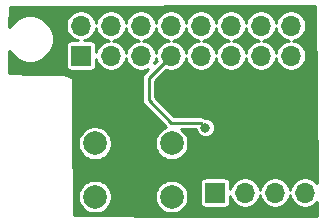
<source format=gbl>
G04 #@! TF.GenerationSoftware,KiCad,Pcbnew,(5.1.5)-3*
G04 #@! TF.CreationDate,2020-11-10T12:23:10+03:00*
G04 #@! TF.ProjectId,rasphat_proj2,72617370-6861-4745-9f70-726f6a322e6b,rev?*
G04 #@! TF.SameCoordinates,Original*
G04 #@! TF.FileFunction,Copper,L2,Bot*
G04 #@! TF.FilePolarity,Positive*
%FSLAX46Y46*%
G04 Gerber Fmt 4.6, Leading zero omitted, Abs format (unit mm)*
G04 Created by KiCad (PCBNEW (5.1.5)-3) date 2020-11-10 12:23:10*
%MOMM*%
%LPD*%
G04 APERTURE LIST*
%ADD10C,2.000000*%
%ADD11O,1.700000X1.700000*%
%ADD12R,1.700000X1.700000*%
%ADD13C,0.800000*%
%ADD14C,0.250000*%
%ADD15C,0.254000*%
G04 APERTURE END LIST*
D10*
X43233200Y-88925400D03*
X43233200Y-84425400D03*
X49733200Y-88925400D03*
X49733200Y-84425400D03*
D11*
X61036200Y-88595200D03*
X58496200Y-88595200D03*
X55956200Y-88595200D03*
D12*
X53416200Y-88595200D03*
X42062400Y-76987400D03*
D11*
X42062400Y-74447400D03*
X44602400Y-76987400D03*
X44602400Y-74447400D03*
X47142400Y-76987400D03*
X47142400Y-74447400D03*
X49682400Y-76987400D03*
X49682400Y-74447400D03*
X52222400Y-76987400D03*
X52222400Y-74447400D03*
X54762400Y-76987400D03*
X54762400Y-74447400D03*
X57302400Y-76987400D03*
X57302400Y-74447400D03*
X59842400Y-76987400D03*
X59842400Y-74447400D03*
D13*
X52603400Y-83083400D03*
D14*
X47790100Y-78879700D02*
X49682400Y-76987400D01*
X47790100Y-80759300D02*
X47790100Y-78879700D01*
X52603400Y-83083400D02*
X52203401Y-82683401D01*
X49714201Y-82683401D02*
X47790100Y-80759300D01*
X52203401Y-82683401D02*
X49714201Y-82683401D01*
D15*
G36*
X62021055Y-87762790D02*
G01*
X61855340Y-87597075D01*
X61644876Y-87456447D01*
X61411021Y-87359581D01*
X61162761Y-87310200D01*
X60909639Y-87310200D01*
X60661379Y-87359581D01*
X60427524Y-87456447D01*
X60217060Y-87597075D01*
X60038075Y-87776060D01*
X59897447Y-87986524D01*
X59800581Y-88220379D01*
X59766200Y-88393227D01*
X59731819Y-88220379D01*
X59634953Y-87986524D01*
X59494325Y-87776060D01*
X59315340Y-87597075D01*
X59104876Y-87456447D01*
X58871021Y-87359581D01*
X58622761Y-87310200D01*
X58369639Y-87310200D01*
X58121379Y-87359581D01*
X57887524Y-87456447D01*
X57677060Y-87597075D01*
X57498075Y-87776060D01*
X57357447Y-87986524D01*
X57260581Y-88220379D01*
X57226200Y-88393227D01*
X57191819Y-88220379D01*
X57094953Y-87986524D01*
X56954325Y-87776060D01*
X56775340Y-87597075D01*
X56564876Y-87456447D01*
X56331021Y-87359581D01*
X56082761Y-87310200D01*
X55829639Y-87310200D01*
X55581379Y-87359581D01*
X55347524Y-87456447D01*
X55137060Y-87597075D01*
X54958075Y-87776060D01*
X54817447Y-87986524D01*
X54720581Y-88220379D01*
X54703304Y-88307238D01*
X54703304Y-87745200D01*
X54694905Y-87659925D01*
X54670031Y-87577928D01*
X54629639Y-87502358D01*
X54575279Y-87436121D01*
X54509042Y-87381761D01*
X54433472Y-87341369D01*
X54351475Y-87316495D01*
X54266200Y-87308096D01*
X52566200Y-87308096D01*
X52480925Y-87316495D01*
X52398928Y-87341369D01*
X52323358Y-87381761D01*
X52257121Y-87436121D01*
X52202761Y-87502358D01*
X52162369Y-87577928D01*
X52137495Y-87659925D01*
X52129096Y-87745200D01*
X52129096Y-89445200D01*
X52137495Y-89530475D01*
X52162369Y-89612472D01*
X52202761Y-89688042D01*
X52257121Y-89754279D01*
X52323358Y-89808639D01*
X52398928Y-89849031D01*
X52480925Y-89873905D01*
X52566200Y-89882304D01*
X54266200Y-89882304D01*
X54351475Y-89873905D01*
X54433472Y-89849031D01*
X54509042Y-89808639D01*
X54575279Y-89754279D01*
X54629639Y-89688042D01*
X54670031Y-89612472D01*
X54694905Y-89530475D01*
X54703304Y-89445200D01*
X54703304Y-88883162D01*
X54720581Y-88970021D01*
X54817447Y-89203876D01*
X54958075Y-89414340D01*
X55137060Y-89593325D01*
X55347524Y-89733953D01*
X55581379Y-89830819D01*
X55829639Y-89880200D01*
X56082761Y-89880200D01*
X56331021Y-89830819D01*
X56564876Y-89733953D01*
X56775340Y-89593325D01*
X56954325Y-89414340D01*
X57094953Y-89203876D01*
X57191819Y-88970021D01*
X57226200Y-88797173D01*
X57260581Y-88970021D01*
X57357447Y-89203876D01*
X57498075Y-89414340D01*
X57677060Y-89593325D01*
X57887524Y-89733953D01*
X58121379Y-89830819D01*
X58369639Y-89880200D01*
X58622761Y-89880200D01*
X58871021Y-89830819D01*
X59104876Y-89733953D01*
X59315340Y-89593325D01*
X59494325Y-89414340D01*
X59634953Y-89203876D01*
X59731819Y-88970021D01*
X59766200Y-88797173D01*
X59800581Y-88970021D01*
X59897447Y-89203876D01*
X60038075Y-89414340D01*
X60217060Y-89593325D01*
X60427524Y-89733953D01*
X60661379Y-89830819D01*
X60909639Y-89880200D01*
X61162761Y-89880200D01*
X61411021Y-89830819D01*
X61644876Y-89733953D01*
X61855340Y-89593325D01*
X62034325Y-89414340D01*
X62037179Y-89410068D01*
X62048323Y-90548488D01*
X51565113Y-90586424D01*
X41464536Y-90476169D01*
X41451506Y-88784065D01*
X41798200Y-88784065D01*
X41798200Y-89066735D01*
X41853347Y-89343974D01*
X41961520Y-89605127D01*
X42118563Y-89840159D01*
X42318441Y-90040037D01*
X42553473Y-90197080D01*
X42814626Y-90305253D01*
X43091865Y-90360400D01*
X43374535Y-90360400D01*
X43651774Y-90305253D01*
X43912927Y-90197080D01*
X44147959Y-90040037D01*
X44347837Y-89840159D01*
X44504880Y-89605127D01*
X44613053Y-89343974D01*
X44668200Y-89066735D01*
X44668200Y-88784065D01*
X48298200Y-88784065D01*
X48298200Y-89066735D01*
X48353347Y-89343974D01*
X48461520Y-89605127D01*
X48618563Y-89840159D01*
X48818441Y-90040037D01*
X49053473Y-90197080D01*
X49314626Y-90305253D01*
X49591865Y-90360400D01*
X49874535Y-90360400D01*
X50151774Y-90305253D01*
X50412927Y-90197080D01*
X50647959Y-90040037D01*
X50847837Y-89840159D01*
X51004880Y-89605127D01*
X51113053Y-89343974D01*
X51168200Y-89066735D01*
X51168200Y-88784065D01*
X51113053Y-88506826D01*
X51004880Y-88245673D01*
X50847837Y-88010641D01*
X50647959Y-87810763D01*
X50412927Y-87653720D01*
X50151774Y-87545547D01*
X49874535Y-87490400D01*
X49591865Y-87490400D01*
X49314626Y-87545547D01*
X49053473Y-87653720D01*
X48818441Y-87810763D01*
X48618563Y-88010641D01*
X48461520Y-88245673D01*
X48353347Y-88506826D01*
X48298200Y-88784065D01*
X44668200Y-88784065D01*
X44613053Y-88506826D01*
X44504880Y-88245673D01*
X44347837Y-88010641D01*
X44147959Y-87810763D01*
X43912927Y-87653720D01*
X43651774Y-87545547D01*
X43374535Y-87490400D01*
X43091865Y-87490400D01*
X42814626Y-87545547D01*
X42553473Y-87653720D01*
X42318441Y-87810763D01*
X42118563Y-88010641D01*
X41961520Y-88245673D01*
X41853347Y-88506826D01*
X41798200Y-88784065D01*
X41451506Y-88784065D01*
X41416853Y-84284065D01*
X41798200Y-84284065D01*
X41798200Y-84566735D01*
X41853347Y-84843974D01*
X41961520Y-85105127D01*
X42118563Y-85340159D01*
X42318441Y-85540037D01*
X42553473Y-85697080D01*
X42814626Y-85805253D01*
X43091865Y-85860400D01*
X43374535Y-85860400D01*
X43651774Y-85805253D01*
X43912927Y-85697080D01*
X44147959Y-85540037D01*
X44347837Y-85340159D01*
X44504880Y-85105127D01*
X44613053Y-84843974D01*
X44668200Y-84566735D01*
X44668200Y-84284065D01*
X44613053Y-84006826D01*
X44504880Y-83745673D01*
X44347837Y-83510641D01*
X44147959Y-83310763D01*
X43912927Y-83153720D01*
X43651774Y-83045547D01*
X43374535Y-82990400D01*
X43091865Y-82990400D01*
X42814626Y-83045547D01*
X42553473Y-83153720D01*
X42318441Y-83310763D01*
X42118563Y-83510641D01*
X41961520Y-83745673D01*
X41853347Y-84006826D01*
X41798200Y-84284065D01*
X41416853Y-84284065D01*
X41376596Y-79056522D01*
X41373965Y-79031765D01*
X41368135Y-79011910D01*
X41304635Y-78846810D01*
X41293463Y-78824561D01*
X41278165Y-78804919D01*
X41259330Y-78788639D01*
X41237680Y-78776346D01*
X41214047Y-78768513D01*
X41193646Y-78765624D01*
X41112192Y-78760776D01*
X41107757Y-78756820D01*
X41077040Y-78728644D01*
X41071879Y-78724820D01*
X41039848Y-78701437D01*
X41003925Y-78680252D01*
X40968325Y-78658581D01*
X40962520Y-78655833D01*
X40926558Y-78639117D01*
X40887250Y-78625328D01*
X40848073Y-78610968D01*
X40841844Y-78609400D01*
X40815735Y-78603021D01*
X40784668Y-78593570D01*
X40717087Y-78586860D01*
X38156674Y-78584852D01*
X35995648Y-78456219D01*
X36004083Y-76570175D01*
X36202111Y-76866546D01*
X36480954Y-77145389D01*
X36808838Y-77364474D01*
X37173163Y-77515382D01*
X37559929Y-77592315D01*
X37954271Y-77592315D01*
X38341037Y-77515382D01*
X38705362Y-77364474D01*
X39033246Y-77145389D01*
X39312089Y-76866546D01*
X39531174Y-76538662D01*
X39682082Y-76174337D01*
X39689429Y-76137400D01*
X40775296Y-76137400D01*
X40775296Y-77837400D01*
X40783695Y-77922675D01*
X40808569Y-78004672D01*
X40848961Y-78080242D01*
X40903321Y-78146479D01*
X40969558Y-78200839D01*
X41045128Y-78241231D01*
X41127125Y-78266105D01*
X41212400Y-78274504D01*
X42912400Y-78274504D01*
X42997675Y-78266105D01*
X43079672Y-78241231D01*
X43155242Y-78200839D01*
X43221479Y-78146479D01*
X43275839Y-78080242D01*
X43316231Y-78004672D01*
X43341105Y-77922675D01*
X43349504Y-77837400D01*
X43349504Y-77275362D01*
X43366781Y-77362221D01*
X43463647Y-77596076D01*
X43604275Y-77806540D01*
X43783260Y-77985525D01*
X43993724Y-78126153D01*
X44227579Y-78223019D01*
X44475839Y-78272400D01*
X44728961Y-78272400D01*
X44977221Y-78223019D01*
X45211076Y-78126153D01*
X45421540Y-77985525D01*
X45600525Y-77806540D01*
X45741153Y-77596076D01*
X45838019Y-77362221D01*
X45872400Y-77189373D01*
X45906781Y-77362221D01*
X46003647Y-77596076D01*
X46144275Y-77806540D01*
X46323260Y-77985525D01*
X46533724Y-78126153D01*
X46767579Y-78223019D01*
X47015839Y-78272400D01*
X47268961Y-78272400D01*
X47517221Y-78223019D01*
X47751076Y-78126153D01*
X47752920Y-78124921D01*
X47413564Y-78464277D01*
X47392206Y-78481805D01*
X47374678Y-78503163D01*
X47374671Y-78503170D01*
X47322225Y-78567076D01*
X47270226Y-78664361D01*
X47238204Y-78769921D01*
X47227392Y-78879700D01*
X47230101Y-78907205D01*
X47230100Y-80731804D01*
X47227392Y-80759300D01*
X47230100Y-80786796D01*
X47230100Y-80786805D01*
X47238203Y-80869078D01*
X47270225Y-80974638D01*
X47322225Y-81071924D01*
X47392205Y-81157195D01*
X47413569Y-81174728D01*
X49293244Y-83054403D01*
X49053473Y-83153720D01*
X48818441Y-83310763D01*
X48618563Y-83510641D01*
X48461520Y-83745673D01*
X48353347Y-84006826D01*
X48298200Y-84284065D01*
X48298200Y-84566735D01*
X48353347Y-84843974D01*
X48461520Y-85105127D01*
X48618563Y-85340159D01*
X48818441Y-85540037D01*
X49053473Y-85697080D01*
X49314626Y-85805253D01*
X49591865Y-85860400D01*
X49874535Y-85860400D01*
X50151774Y-85805253D01*
X50412927Y-85697080D01*
X50647959Y-85540037D01*
X50847837Y-85340159D01*
X51004880Y-85105127D01*
X51113053Y-84843974D01*
X51168200Y-84566735D01*
X51168200Y-84284065D01*
X51113053Y-84006826D01*
X51004880Y-83745673D01*
X50847837Y-83510641D01*
X50647959Y-83310763D01*
X50547144Y-83243401D01*
X51783868Y-83243401D01*
X51800489Y-83326960D01*
X51863433Y-83478921D01*
X51954813Y-83615681D01*
X52071119Y-83731987D01*
X52207879Y-83823367D01*
X52359840Y-83886311D01*
X52521160Y-83918400D01*
X52685640Y-83918400D01*
X52846960Y-83886311D01*
X52998921Y-83823367D01*
X53135681Y-83731987D01*
X53251987Y-83615681D01*
X53343367Y-83478921D01*
X53406311Y-83326960D01*
X53438400Y-83165640D01*
X53438400Y-83001160D01*
X53406311Y-82839840D01*
X53343367Y-82687879D01*
X53251987Y-82551119D01*
X53135681Y-82434813D01*
X52998921Y-82343433D01*
X52846960Y-82280489D01*
X52685640Y-82248400D01*
X52556082Y-82248400D01*
X52516025Y-82215526D01*
X52418740Y-82163526D01*
X52313180Y-82131504D01*
X52230907Y-82123401D01*
X52230897Y-82123401D01*
X52203401Y-82120693D01*
X52175905Y-82123401D01*
X49946160Y-82123401D01*
X48350100Y-80527341D01*
X48350100Y-79111659D01*
X49258903Y-78202857D01*
X49307579Y-78223019D01*
X49555839Y-78272400D01*
X49808961Y-78272400D01*
X50057221Y-78223019D01*
X50291076Y-78126153D01*
X50501540Y-77985525D01*
X50680525Y-77806540D01*
X50821153Y-77596076D01*
X50918019Y-77362221D01*
X50952400Y-77189373D01*
X50986781Y-77362221D01*
X51083647Y-77596076D01*
X51224275Y-77806540D01*
X51403260Y-77985525D01*
X51613724Y-78126153D01*
X51847579Y-78223019D01*
X52095839Y-78272400D01*
X52348961Y-78272400D01*
X52597221Y-78223019D01*
X52831076Y-78126153D01*
X53041540Y-77985525D01*
X53220525Y-77806540D01*
X53361153Y-77596076D01*
X53458019Y-77362221D01*
X53492400Y-77189373D01*
X53526781Y-77362221D01*
X53623647Y-77596076D01*
X53764275Y-77806540D01*
X53943260Y-77985525D01*
X54153724Y-78126153D01*
X54387579Y-78223019D01*
X54635839Y-78272400D01*
X54888961Y-78272400D01*
X55137221Y-78223019D01*
X55371076Y-78126153D01*
X55581540Y-77985525D01*
X55760525Y-77806540D01*
X55901153Y-77596076D01*
X55998019Y-77362221D01*
X56032400Y-77189373D01*
X56066781Y-77362221D01*
X56163647Y-77596076D01*
X56304275Y-77806540D01*
X56483260Y-77985525D01*
X56693724Y-78126153D01*
X56927579Y-78223019D01*
X57175839Y-78272400D01*
X57428961Y-78272400D01*
X57677221Y-78223019D01*
X57911076Y-78126153D01*
X58121540Y-77985525D01*
X58300525Y-77806540D01*
X58441153Y-77596076D01*
X58538019Y-77362221D01*
X58572400Y-77189373D01*
X58606781Y-77362221D01*
X58703647Y-77596076D01*
X58844275Y-77806540D01*
X59023260Y-77985525D01*
X59233724Y-78126153D01*
X59467579Y-78223019D01*
X59715839Y-78272400D01*
X59968961Y-78272400D01*
X60217221Y-78223019D01*
X60451076Y-78126153D01*
X60661540Y-77985525D01*
X60840525Y-77806540D01*
X60981153Y-77596076D01*
X61078019Y-77362221D01*
X61127400Y-77113961D01*
X61127400Y-76860839D01*
X61078019Y-76612579D01*
X60981153Y-76378724D01*
X60840525Y-76168260D01*
X60661540Y-75989275D01*
X60451076Y-75848647D01*
X60217221Y-75751781D01*
X60044373Y-75717400D01*
X60217221Y-75683019D01*
X60451076Y-75586153D01*
X60661540Y-75445525D01*
X60840525Y-75266540D01*
X60981153Y-75056076D01*
X61078019Y-74822221D01*
X61127400Y-74573961D01*
X61127400Y-74320839D01*
X61078019Y-74072579D01*
X60981153Y-73838724D01*
X60840525Y-73628260D01*
X60661540Y-73449275D01*
X60451076Y-73308647D01*
X60217221Y-73211781D01*
X59968961Y-73162400D01*
X59715839Y-73162400D01*
X59467579Y-73211781D01*
X59233724Y-73308647D01*
X59023260Y-73449275D01*
X58844275Y-73628260D01*
X58703647Y-73838724D01*
X58606781Y-74072579D01*
X58572400Y-74245427D01*
X58538019Y-74072579D01*
X58441153Y-73838724D01*
X58300525Y-73628260D01*
X58121540Y-73449275D01*
X57911076Y-73308647D01*
X57677221Y-73211781D01*
X57428961Y-73162400D01*
X57175839Y-73162400D01*
X56927579Y-73211781D01*
X56693724Y-73308647D01*
X56483260Y-73449275D01*
X56304275Y-73628260D01*
X56163647Y-73838724D01*
X56066781Y-74072579D01*
X56032400Y-74245427D01*
X55998019Y-74072579D01*
X55901153Y-73838724D01*
X55760525Y-73628260D01*
X55581540Y-73449275D01*
X55371076Y-73308647D01*
X55137221Y-73211781D01*
X54888961Y-73162400D01*
X54635839Y-73162400D01*
X54387579Y-73211781D01*
X54153724Y-73308647D01*
X53943260Y-73449275D01*
X53764275Y-73628260D01*
X53623647Y-73838724D01*
X53526781Y-74072579D01*
X53492400Y-74245427D01*
X53458019Y-74072579D01*
X53361153Y-73838724D01*
X53220525Y-73628260D01*
X53041540Y-73449275D01*
X52831076Y-73308647D01*
X52597221Y-73211781D01*
X52348961Y-73162400D01*
X52095839Y-73162400D01*
X51847579Y-73211781D01*
X51613724Y-73308647D01*
X51403260Y-73449275D01*
X51224275Y-73628260D01*
X51083647Y-73838724D01*
X50986781Y-74072579D01*
X50952400Y-74245427D01*
X50918019Y-74072579D01*
X50821153Y-73838724D01*
X50680525Y-73628260D01*
X50501540Y-73449275D01*
X50291076Y-73308647D01*
X50057221Y-73211781D01*
X49808961Y-73162400D01*
X49555839Y-73162400D01*
X49307579Y-73211781D01*
X49073724Y-73308647D01*
X48863260Y-73449275D01*
X48684275Y-73628260D01*
X48543647Y-73838724D01*
X48446781Y-74072579D01*
X48412400Y-74245427D01*
X48378019Y-74072579D01*
X48281153Y-73838724D01*
X48140525Y-73628260D01*
X47961540Y-73449275D01*
X47751076Y-73308647D01*
X47517221Y-73211781D01*
X47268961Y-73162400D01*
X47015839Y-73162400D01*
X46767579Y-73211781D01*
X46533724Y-73308647D01*
X46323260Y-73449275D01*
X46144275Y-73628260D01*
X46003647Y-73838724D01*
X45906781Y-74072579D01*
X45872400Y-74245427D01*
X45838019Y-74072579D01*
X45741153Y-73838724D01*
X45600525Y-73628260D01*
X45421540Y-73449275D01*
X45211076Y-73308647D01*
X44977221Y-73211781D01*
X44728961Y-73162400D01*
X44475839Y-73162400D01*
X44227579Y-73211781D01*
X43993724Y-73308647D01*
X43783260Y-73449275D01*
X43604275Y-73628260D01*
X43463647Y-73838724D01*
X43366781Y-74072579D01*
X43332400Y-74245427D01*
X43298019Y-74072579D01*
X43201153Y-73838724D01*
X43060525Y-73628260D01*
X42881540Y-73449275D01*
X42671076Y-73308647D01*
X42437221Y-73211781D01*
X42188961Y-73162400D01*
X41935839Y-73162400D01*
X41687579Y-73211781D01*
X41453724Y-73308647D01*
X41243260Y-73449275D01*
X41064275Y-73628260D01*
X40923647Y-73838724D01*
X40826781Y-74072579D01*
X40777400Y-74320839D01*
X40777400Y-74573961D01*
X40826781Y-74822221D01*
X40923647Y-75056076D01*
X41064275Y-75266540D01*
X41243260Y-75445525D01*
X41453724Y-75586153D01*
X41687579Y-75683019D01*
X41774438Y-75700296D01*
X41212400Y-75700296D01*
X41127125Y-75708695D01*
X41045128Y-75733569D01*
X40969558Y-75773961D01*
X40903321Y-75828321D01*
X40848961Y-75894558D01*
X40808569Y-75970128D01*
X40783695Y-76052125D01*
X40775296Y-76137400D01*
X39689429Y-76137400D01*
X39759015Y-75787571D01*
X39759015Y-75393229D01*
X39682082Y-75006463D01*
X39531174Y-74642138D01*
X39312089Y-74314254D01*
X39033246Y-74035411D01*
X38705362Y-73816326D01*
X38341037Y-73665418D01*
X37954271Y-73588485D01*
X37559929Y-73588485D01*
X37173163Y-73665418D01*
X36808838Y-73816326D01*
X36480954Y-74035411D01*
X36202111Y-74314254D01*
X36012906Y-74597420D01*
X36020610Y-72874771D01*
X61874640Y-72804566D01*
X62021055Y-87762790D01*
G37*
X62021055Y-87762790D02*
X61855340Y-87597075D01*
X61644876Y-87456447D01*
X61411021Y-87359581D01*
X61162761Y-87310200D01*
X60909639Y-87310200D01*
X60661379Y-87359581D01*
X60427524Y-87456447D01*
X60217060Y-87597075D01*
X60038075Y-87776060D01*
X59897447Y-87986524D01*
X59800581Y-88220379D01*
X59766200Y-88393227D01*
X59731819Y-88220379D01*
X59634953Y-87986524D01*
X59494325Y-87776060D01*
X59315340Y-87597075D01*
X59104876Y-87456447D01*
X58871021Y-87359581D01*
X58622761Y-87310200D01*
X58369639Y-87310200D01*
X58121379Y-87359581D01*
X57887524Y-87456447D01*
X57677060Y-87597075D01*
X57498075Y-87776060D01*
X57357447Y-87986524D01*
X57260581Y-88220379D01*
X57226200Y-88393227D01*
X57191819Y-88220379D01*
X57094953Y-87986524D01*
X56954325Y-87776060D01*
X56775340Y-87597075D01*
X56564876Y-87456447D01*
X56331021Y-87359581D01*
X56082761Y-87310200D01*
X55829639Y-87310200D01*
X55581379Y-87359581D01*
X55347524Y-87456447D01*
X55137060Y-87597075D01*
X54958075Y-87776060D01*
X54817447Y-87986524D01*
X54720581Y-88220379D01*
X54703304Y-88307238D01*
X54703304Y-87745200D01*
X54694905Y-87659925D01*
X54670031Y-87577928D01*
X54629639Y-87502358D01*
X54575279Y-87436121D01*
X54509042Y-87381761D01*
X54433472Y-87341369D01*
X54351475Y-87316495D01*
X54266200Y-87308096D01*
X52566200Y-87308096D01*
X52480925Y-87316495D01*
X52398928Y-87341369D01*
X52323358Y-87381761D01*
X52257121Y-87436121D01*
X52202761Y-87502358D01*
X52162369Y-87577928D01*
X52137495Y-87659925D01*
X52129096Y-87745200D01*
X52129096Y-89445200D01*
X52137495Y-89530475D01*
X52162369Y-89612472D01*
X52202761Y-89688042D01*
X52257121Y-89754279D01*
X52323358Y-89808639D01*
X52398928Y-89849031D01*
X52480925Y-89873905D01*
X52566200Y-89882304D01*
X54266200Y-89882304D01*
X54351475Y-89873905D01*
X54433472Y-89849031D01*
X54509042Y-89808639D01*
X54575279Y-89754279D01*
X54629639Y-89688042D01*
X54670031Y-89612472D01*
X54694905Y-89530475D01*
X54703304Y-89445200D01*
X54703304Y-88883162D01*
X54720581Y-88970021D01*
X54817447Y-89203876D01*
X54958075Y-89414340D01*
X55137060Y-89593325D01*
X55347524Y-89733953D01*
X55581379Y-89830819D01*
X55829639Y-89880200D01*
X56082761Y-89880200D01*
X56331021Y-89830819D01*
X56564876Y-89733953D01*
X56775340Y-89593325D01*
X56954325Y-89414340D01*
X57094953Y-89203876D01*
X57191819Y-88970021D01*
X57226200Y-88797173D01*
X57260581Y-88970021D01*
X57357447Y-89203876D01*
X57498075Y-89414340D01*
X57677060Y-89593325D01*
X57887524Y-89733953D01*
X58121379Y-89830819D01*
X58369639Y-89880200D01*
X58622761Y-89880200D01*
X58871021Y-89830819D01*
X59104876Y-89733953D01*
X59315340Y-89593325D01*
X59494325Y-89414340D01*
X59634953Y-89203876D01*
X59731819Y-88970021D01*
X59766200Y-88797173D01*
X59800581Y-88970021D01*
X59897447Y-89203876D01*
X60038075Y-89414340D01*
X60217060Y-89593325D01*
X60427524Y-89733953D01*
X60661379Y-89830819D01*
X60909639Y-89880200D01*
X61162761Y-89880200D01*
X61411021Y-89830819D01*
X61644876Y-89733953D01*
X61855340Y-89593325D01*
X62034325Y-89414340D01*
X62037179Y-89410068D01*
X62048323Y-90548488D01*
X51565113Y-90586424D01*
X41464536Y-90476169D01*
X41451506Y-88784065D01*
X41798200Y-88784065D01*
X41798200Y-89066735D01*
X41853347Y-89343974D01*
X41961520Y-89605127D01*
X42118563Y-89840159D01*
X42318441Y-90040037D01*
X42553473Y-90197080D01*
X42814626Y-90305253D01*
X43091865Y-90360400D01*
X43374535Y-90360400D01*
X43651774Y-90305253D01*
X43912927Y-90197080D01*
X44147959Y-90040037D01*
X44347837Y-89840159D01*
X44504880Y-89605127D01*
X44613053Y-89343974D01*
X44668200Y-89066735D01*
X44668200Y-88784065D01*
X48298200Y-88784065D01*
X48298200Y-89066735D01*
X48353347Y-89343974D01*
X48461520Y-89605127D01*
X48618563Y-89840159D01*
X48818441Y-90040037D01*
X49053473Y-90197080D01*
X49314626Y-90305253D01*
X49591865Y-90360400D01*
X49874535Y-90360400D01*
X50151774Y-90305253D01*
X50412927Y-90197080D01*
X50647959Y-90040037D01*
X50847837Y-89840159D01*
X51004880Y-89605127D01*
X51113053Y-89343974D01*
X51168200Y-89066735D01*
X51168200Y-88784065D01*
X51113053Y-88506826D01*
X51004880Y-88245673D01*
X50847837Y-88010641D01*
X50647959Y-87810763D01*
X50412927Y-87653720D01*
X50151774Y-87545547D01*
X49874535Y-87490400D01*
X49591865Y-87490400D01*
X49314626Y-87545547D01*
X49053473Y-87653720D01*
X48818441Y-87810763D01*
X48618563Y-88010641D01*
X48461520Y-88245673D01*
X48353347Y-88506826D01*
X48298200Y-88784065D01*
X44668200Y-88784065D01*
X44613053Y-88506826D01*
X44504880Y-88245673D01*
X44347837Y-88010641D01*
X44147959Y-87810763D01*
X43912927Y-87653720D01*
X43651774Y-87545547D01*
X43374535Y-87490400D01*
X43091865Y-87490400D01*
X42814626Y-87545547D01*
X42553473Y-87653720D01*
X42318441Y-87810763D01*
X42118563Y-88010641D01*
X41961520Y-88245673D01*
X41853347Y-88506826D01*
X41798200Y-88784065D01*
X41451506Y-88784065D01*
X41416853Y-84284065D01*
X41798200Y-84284065D01*
X41798200Y-84566735D01*
X41853347Y-84843974D01*
X41961520Y-85105127D01*
X42118563Y-85340159D01*
X42318441Y-85540037D01*
X42553473Y-85697080D01*
X42814626Y-85805253D01*
X43091865Y-85860400D01*
X43374535Y-85860400D01*
X43651774Y-85805253D01*
X43912927Y-85697080D01*
X44147959Y-85540037D01*
X44347837Y-85340159D01*
X44504880Y-85105127D01*
X44613053Y-84843974D01*
X44668200Y-84566735D01*
X44668200Y-84284065D01*
X44613053Y-84006826D01*
X44504880Y-83745673D01*
X44347837Y-83510641D01*
X44147959Y-83310763D01*
X43912927Y-83153720D01*
X43651774Y-83045547D01*
X43374535Y-82990400D01*
X43091865Y-82990400D01*
X42814626Y-83045547D01*
X42553473Y-83153720D01*
X42318441Y-83310763D01*
X42118563Y-83510641D01*
X41961520Y-83745673D01*
X41853347Y-84006826D01*
X41798200Y-84284065D01*
X41416853Y-84284065D01*
X41376596Y-79056522D01*
X41373965Y-79031765D01*
X41368135Y-79011910D01*
X41304635Y-78846810D01*
X41293463Y-78824561D01*
X41278165Y-78804919D01*
X41259330Y-78788639D01*
X41237680Y-78776346D01*
X41214047Y-78768513D01*
X41193646Y-78765624D01*
X41112192Y-78760776D01*
X41107757Y-78756820D01*
X41077040Y-78728644D01*
X41071879Y-78724820D01*
X41039848Y-78701437D01*
X41003925Y-78680252D01*
X40968325Y-78658581D01*
X40962520Y-78655833D01*
X40926558Y-78639117D01*
X40887250Y-78625328D01*
X40848073Y-78610968D01*
X40841844Y-78609400D01*
X40815735Y-78603021D01*
X40784668Y-78593570D01*
X40717087Y-78586860D01*
X38156674Y-78584852D01*
X35995648Y-78456219D01*
X36004083Y-76570175D01*
X36202111Y-76866546D01*
X36480954Y-77145389D01*
X36808838Y-77364474D01*
X37173163Y-77515382D01*
X37559929Y-77592315D01*
X37954271Y-77592315D01*
X38341037Y-77515382D01*
X38705362Y-77364474D01*
X39033246Y-77145389D01*
X39312089Y-76866546D01*
X39531174Y-76538662D01*
X39682082Y-76174337D01*
X39689429Y-76137400D01*
X40775296Y-76137400D01*
X40775296Y-77837400D01*
X40783695Y-77922675D01*
X40808569Y-78004672D01*
X40848961Y-78080242D01*
X40903321Y-78146479D01*
X40969558Y-78200839D01*
X41045128Y-78241231D01*
X41127125Y-78266105D01*
X41212400Y-78274504D01*
X42912400Y-78274504D01*
X42997675Y-78266105D01*
X43079672Y-78241231D01*
X43155242Y-78200839D01*
X43221479Y-78146479D01*
X43275839Y-78080242D01*
X43316231Y-78004672D01*
X43341105Y-77922675D01*
X43349504Y-77837400D01*
X43349504Y-77275362D01*
X43366781Y-77362221D01*
X43463647Y-77596076D01*
X43604275Y-77806540D01*
X43783260Y-77985525D01*
X43993724Y-78126153D01*
X44227579Y-78223019D01*
X44475839Y-78272400D01*
X44728961Y-78272400D01*
X44977221Y-78223019D01*
X45211076Y-78126153D01*
X45421540Y-77985525D01*
X45600525Y-77806540D01*
X45741153Y-77596076D01*
X45838019Y-77362221D01*
X45872400Y-77189373D01*
X45906781Y-77362221D01*
X46003647Y-77596076D01*
X46144275Y-77806540D01*
X46323260Y-77985525D01*
X46533724Y-78126153D01*
X46767579Y-78223019D01*
X47015839Y-78272400D01*
X47268961Y-78272400D01*
X47517221Y-78223019D01*
X47751076Y-78126153D01*
X47752920Y-78124921D01*
X47413564Y-78464277D01*
X47392206Y-78481805D01*
X47374678Y-78503163D01*
X47374671Y-78503170D01*
X47322225Y-78567076D01*
X47270226Y-78664361D01*
X47238204Y-78769921D01*
X47227392Y-78879700D01*
X47230101Y-78907205D01*
X47230100Y-80731804D01*
X47227392Y-80759300D01*
X47230100Y-80786796D01*
X47230100Y-80786805D01*
X47238203Y-80869078D01*
X47270225Y-80974638D01*
X47322225Y-81071924D01*
X47392205Y-81157195D01*
X47413569Y-81174728D01*
X49293244Y-83054403D01*
X49053473Y-83153720D01*
X48818441Y-83310763D01*
X48618563Y-83510641D01*
X48461520Y-83745673D01*
X48353347Y-84006826D01*
X48298200Y-84284065D01*
X48298200Y-84566735D01*
X48353347Y-84843974D01*
X48461520Y-85105127D01*
X48618563Y-85340159D01*
X48818441Y-85540037D01*
X49053473Y-85697080D01*
X49314626Y-85805253D01*
X49591865Y-85860400D01*
X49874535Y-85860400D01*
X50151774Y-85805253D01*
X50412927Y-85697080D01*
X50647959Y-85540037D01*
X50847837Y-85340159D01*
X51004880Y-85105127D01*
X51113053Y-84843974D01*
X51168200Y-84566735D01*
X51168200Y-84284065D01*
X51113053Y-84006826D01*
X51004880Y-83745673D01*
X50847837Y-83510641D01*
X50647959Y-83310763D01*
X50547144Y-83243401D01*
X51783868Y-83243401D01*
X51800489Y-83326960D01*
X51863433Y-83478921D01*
X51954813Y-83615681D01*
X52071119Y-83731987D01*
X52207879Y-83823367D01*
X52359840Y-83886311D01*
X52521160Y-83918400D01*
X52685640Y-83918400D01*
X52846960Y-83886311D01*
X52998921Y-83823367D01*
X53135681Y-83731987D01*
X53251987Y-83615681D01*
X53343367Y-83478921D01*
X53406311Y-83326960D01*
X53438400Y-83165640D01*
X53438400Y-83001160D01*
X53406311Y-82839840D01*
X53343367Y-82687879D01*
X53251987Y-82551119D01*
X53135681Y-82434813D01*
X52998921Y-82343433D01*
X52846960Y-82280489D01*
X52685640Y-82248400D01*
X52556082Y-82248400D01*
X52516025Y-82215526D01*
X52418740Y-82163526D01*
X52313180Y-82131504D01*
X52230907Y-82123401D01*
X52230897Y-82123401D01*
X52203401Y-82120693D01*
X52175905Y-82123401D01*
X49946160Y-82123401D01*
X48350100Y-80527341D01*
X48350100Y-79111659D01*
X49258903Y-78202857D01*
X49307579Y-78223019D01*
X49555839Y-78272400D01*
X49808961Y-78272400D01*
X50057221Y-78223019D01*
X50291076Y-78126153D01*
X50501540Y-77985525D01*
X50680525Y-77806540D01*
X50821153Y-77596076D01*
X50918019Y-77362221D01*
X50952400Y-77189373D01*
X50986781Y-77362221D01*
X51083647Y-77596076D01*
X51224275Y-77806540D01*
X51403260Y-77985525D01*
X51613724Y-78126153D01*
X51847579Y-78223019D01*
X52095839Y-78272400D01*
X52348961Y-78272400D01*
X52597221Y-78223019D01*
X52831076Y-78126153D01*
X53041540Y-77985525D01*
X53220525Y-77806540D01*
X53361153Y-77596076D01*
X53458019Y-77362221D01*
X53492400Y-77189373D01*
X53526781Y-77362221D01*
X53623647Y-77596076D01*
X53764275Y-77806540D01*
X53943260Y-77985525D01*
X54153724Y-78126153D01*
X54387579Y-78223019D01*
X54635839Y-78272400D01*
X54888961Y-78272400D01*
X55137221Y-78223019D01*
X55371076Y-78126153D01*
X55581540Y-77985525D01*
X55760525Y-77806540D01*
X55901153Y-77596076D01*
X55998019Y-77362221D01*
X56032400Y-77189373D01*
X56066781Y-77362221D01*
X56163647Y-77596076D01*
X56304275Y-77806540D01*
X56483260Y-77985525D01*
X56693724Y-78126153D01*
X56927579Y-78223019D01*
X57175839Y-78272400D01*
X57428961Y-78272400D01*
X57677221Y-78223019D01*
X57911076Y-78126153D01*
X58121540Y-77985525D01*
X58300525Y-77806540D01*
X58441153Y-77596076D01*
X58538019Y-77362221D01*
X58572400Y-77189373D01*
X58606781Y-77362221D01*
X58703647Y-77596076D01*
X58844275Y-77806540D01*
X59023260Y-77985525D01*
X59233724Y-78126153D01*
X59467579Y-78223019D01*
X59715839Y-78272400D01*
X59968961Y-78272400D01*
X60217221Y-78223019D01*
X60451076Y-78126153D01*
X60661540Y-77985525D01*
X60840525Y-77806540D01*
X60981153Y-77596076D01*
X61078019Y-77362221D01*
X61127400Y-77113961D01*
X61127400Y-76860839D01*
X61078019Y-76612579D01*
X60981153Y-76378724D01*
X60840525Y-76168260D01*
X60661540Y-75989275D01*
X60451076Y-75848647D01*
X60217221Y-75751781D01*
X60044373Y-75717400D01*
X60217221Y-75683019D01*
X60451076Y-75586153D01*
X60661540Y-75445525D01*
X60840525Y-75266540D01*
X60981153Y-75056076D01*
X61078019Y-74822221D01*
X61127400Y-74573961D01*
X61127400Y-74320839D01*
X61078019Y-74072579D01*
X60981153Y-73838724D01*
X60840525Y-73628260D01*
X60661540Y-73449275D01*
X60451076Y-73308647D01*
X60217221Y-73211781D01*
X59968961Y-73162400D01*
X59715839Y-73162400D01*
X59467579Y-73211781D01*
X59233724Y-73308647D01*
X59023260Y-73449275D01*
X58844275Y-73628260D01*
X58703647Y-73838724D01*
X58606781Y-74072579D01*
X58572400Y-74245427D01*
X58538019Y-74072579D01*
X58441153Y-73838724D01*
X58300525Y-73628260D01*
X58121540Y-73449275D01*
X57911076Y-73308647D01*
X57677221Y-73211781D01*
X57428961Y-73162400D01*
X57175839Y-73162400D01*
X56927579Y-73211781D01*
X56693724Y-73308647D01*
X56483260Y-73449275D01*
X56304275Y-73628260D01*
X56163647Y-73838724D01*
X56066781Y-74072579D01*
X56032400Y-74245427D01*
X55998019Y-74072579D01*
X55901153Y-73838724D01*
X55760525Y-73628260D01*
X55581540Y-73449275D01*
X55371076Y-73308647D01*
X55137221Y-73211781D01*
X54888961Y-73162400D01*
X54635839Y-73162400D01*
X54387579Y-73211781D01*
X54153724Y-73308647D01*
X53943260Y-73449275D01*
X53764275Y-73628260D01*
X53623647Y-73838724D01*
X53526781Y-74072579D01*
X53492400Y-74245427D01*
X53458019Y-74072579D01*
X53361153Y-73838724D01*
X53220525Y-73628260D01*
X53041540Y-73449275D01*
X52831076Y-73308647D01*
X52597221Y-73211781D01*
X52348961Y-73162400D01*
X52095839Y-73162400D01*
X51847579Y-73211781D01*
X51613724Y-73308647D01*
X51403260Y-73449275D01*
X51224275Y-73628260D01*
X51083647Y-73838724D01*
X50986781Y-74072579D01*
X50952400Y-74245427D01*
X50918019Y-74072579D01*
X50821153Y-73838724D01*
X50680525Y-73628260D01*
X50501540Y-73449275D01*
X50291076Y-73308647D01*
X50057221Y-73211781D01*
X49808961Y-73162400D01*
X49555839Y-73162400D01*
X49307579Y-73211781D01*
X49073724Y-73308647D01*
X48863260Y-73449275D01*
X48684275Y-73628260D01*
X48543647Y-73838724D01*
X48446781Y-74072579D01*
X48412400Y-74245427D01*
X48378019Y-74072579D01*
X48281153Y-73838724D01*
X48140525Y-73628260D01*
X47961540Y-73449275D01*
X47751076Y-73308647D01*
X47517221Y-73211781D01*
X47268961Y-73162400D01*
X47015839Y-73162400D01*
X46767579Y-73211781D01*
X46533724Y-73308647D01*
X46323260Y-73449275D01*
X46144275Y-73628260D01*
X46003647Y-73838724D01*
X45906781Y-74072579D01*
X45872400Y-74245427D01*
X45838019Y-74072579D01*
X45741153Y-73838724D01*
X45600525Y-73628260D01*
X45421540Y-73449275D01*
X45211076Y-73308647D01*
X44977221Y-73211781D01*
X44728961Y-73162400D01*
X44475839Y-73162400D01*
X44227579Y-73211781D01*
X43993724Y-73308647D01*
X43783260Y-73449275D01*
X43604275Y-73628260D01*
X43463647Y-73838724D01*
X43366781Y-74072579D01*
X43332400Y-74245427D01*
X43298019Y-74072579D01*
X43201153Y-73838724D01*
X43060525Y-73628260D01*
X42881540Y-73449275D01*
X42671076Y-73308647D01*
X42437221Y-73211781D01*
X42188961Y-73162400D01*
X41935839Y-73162400D01*
X41687579Y-73211781D01*
X41453724Y-73308647D01*
X41243260Y-73449275D01*
X41064275Y-73628260D01*
X40923647Y-73838724D01*
X40826781Y-74072579D01*
X40777400Y-74320839D01*
X40777400Y-74573961D01*
X40826781Y-74822221D01*
X40923647Y-75056076D01*
X41064275Y-75266540D01*
X41243260Y-75445525D01*
X41453724Y-75586153D01*
X41687579Y-75683019D01*
X41774438Y-75700296D01*
X41212400Y-75700296D01*
X41127125Y-75708695D01*
X41045128Y-75733569D01*
X40969558Y-75773961D01*
X40903321Y-75828321D01*
X40848961Y-75894558D01*
X40808569Y-75970128D01*
X40783695Y-76052125D01*
X40775296Y-76137400D01*
X39689429Y-76137400D01*
X39759015Y-75787571D01*
X39759015Y-75393229D01*
X39682082Y-75006463D01*
X39531174Y-74642138D01*
X39312089Y-74314254D01*
X39033246Y-74035411D01*
X38705362Y-73816326D01*
X38341037Y-73665418D01*
X37954271Y-73588485D01*
X37559929Y-73588485D01*
X37173163Y-73665418D01*
X36808838Y-73816326D01*
X36480954Y-74035411D01*
X36202111Y-74314254D01*
X36012906Y-74597420D01*
X36020610Y-72874771D01*
X61874640Y-72804566D01*
X62021055Y-87762790D01*
G36*
X48446781Y-77362221D02*
G01*
X48466943Y-77410897D01*
X48279922Y-77597919D01*
X48281153Y-77596076D01*
X48378019Y-77362221D01*
X48412400Y-77189373D01*
X48446781Y-77362221D01*
G37*
X48446781Y-77362221D02*
X48466943Y-77410897D01*
X48279922Y-77597919D01*
X48281153Y-77596076D01*
X48378019Y-77362221D01*
X48412400Y-77189373D01*
X48446781Y-77362221D01*
G36*
X56066781Y-74822221D02*
G01*
X56163647Y-75056076D01*
X56304275Y-75266540D01*
X56483260Y-75445525D01*
X56693724Y-75586153D01*
X56927579Y-75683019D01*
X57100427Y-75717400D01*
X56927579Y-75751781D01*
X56693724Y-75848647D01*
X56483260Y-75989275D01*
X56304275Y-76168260D01*
X56163647Y-76378724D01*
X56066781Y-76612579D01*
X56032400Y-76785427D01*
X55998019Y-76612579D01*
X55901153Y-76378724D01*
X55760525Y-76168260D01*
X55581540Y-75989275D01*
X55371076Y-75848647D01*
X55137221Y-75751781D01*
X54964373Y-75717400D01*
X55137221Y-75683019D01*
X55371076Y-75586153D01*
X55581540Y-75445525D01*
X55760525Y-75266540D01*
X55901153Y-75056076D01*
X55998019Y-74822221D01*
X56032400Y-74649373D01*
X56066781Y-74822221D01*
G37*
X56066781Y-74822221D02*
X56163647Y-75056076D01*
X56304275Y-75266540D01*
X56483260Y-75445525D01*
X56693724Y-75586153D01*
X56927579Y-75683019D01*
X57100427Y-75717400D01*
X56927579Y-75751781D01*
X56693724Y-75848647D01*
X56483260Y-75989275D01*
X56304275Y-76168260D01*
X56163647Y-76378724D01*
X56066781Y-76612579D01*
X56032400Y-76785427D01*
X55998019Y-76612579D01*
X55901153Y-76378724D01*
X55760525Y-76168260D01*
X55581540Y-75989275D01*
X55371076Y-75848647D01*
X55137221Y-75751781D01*
X54964373Y-75717400D01*
X55137221Y-75683019D01*
X55371076Y-75586153D01*
X55581540Y-75445525D01*
X55760525Y-75266540D01*
X55901153Y-75056076D01*
X55998019Y-74822221D01*
X56032400Y-74649373D01*
X56066781Y-74822221D01*
G36*
X45906781Y-74822221D02*
G01*
X46003647Y-75056076D01*
X46144275Y-75266540D01*
X46323260Y-75445525D01*
X46533724Y-75586153D01*
X46767579Y-75683019D01*
X46940427Y-75717400D01*
X46767579Y-75751781D01*
X46533724Y-75848647D01*
X46323260Y-75989275D01*
X46144275Y-76168260D01*
X46003647Y-76378724D01*
X45906781Y-76612579D01*
X45872400Y-76785427D01*
X45838019Y-76612579D01*
X45741153Y-76378724D01*
X45600525Y-76168260D01*
X45421540Y-75989275D01*
X45211076Y-75848647D01*
X44977221Y-75751781D01*
X44804373Y-75717400D01*
X44977221Y-75683019D01*
X45211076Y-75586153D01*
X45421540Y-75445525D01*
X45600525Y-75266540D01*
X45741153Y-75056076D01*
X45838019Y-74822221D01*
X45872400Y-74649373D01*
X45906781Y-74822221D01*
G37*
X45906781Y-74822221D02*
X46003647Y-75056076D01*
X46144275Y-75266540D01*
X46323260Y-75445525D01*
X46533724Y-75586153D01*
X46767579Y-75683019D01*
X46940427Y-75717400D01*
X46767579Y-75751781D01*
X46533724Y-75848647D01*
X46323260Y-75989275D01*
X46144275Y-76168260D01*
X46003647Y-76378724D01*
X45906781Y-76612579D01*
X45872400Y-76785427D01*
X45838019Y-76612579D01*
X45741153Y-76378724D01*
X45600525Y-76168260D01*
X45421540Y-75989275D01*
X45211076Y-75848647D01*
X44977221Y-75751781D01*
X44804373Y-75717400D01*
X44977221Y-75683019D01*
X45211076Y-75586153D01*
X45421540Y-75445525D01*
X45600525Y-75266540D01*
X45741153Y-75056076D01*
X45838019Y-74822221D01*
X45872400Y-74649373D01*
X45906781Y-74822221D01*
G36*
X48446781Y-74822221D02*
G01*
X48543647Y-75056076D01*
X48684275Y-75266540D01*
X48863260Y-75445525D01*
X49073724Y-75586153D01*
X49307579Y-75683019D01*
X49480427Y-75717400D01*
X49307579Y-75751781D01*
X49073724Y-75848647D01*
X48863260Y-75989275D01*
X48684275Y-76168260D01*
X48543647Y-76378724D01*
X48446781Y-76612579D01*
X48412400Y-76785427D01*
X48378019Y-76612579D01*
X48281153Y-76378724D01*
X48140525Y-76168260D01*
X47961540Y-75989275D01*
X47751076Y-75848647D01*
X47517221Y-75751781D01*
X47344373Y-75717400D01*
X47517221Y-75683019D01*
X47751076Y-75586153D01*
X47961540Y-75445525D01*
X48140525Y-75266540D01*
X48281153Y-75056076D01*
X48378019Y-74822221D01*
X48412400Y-74649373D01*
X48446781Y-74822221D01*
G37*
X48446781Y-74822221D02*
X48543647Y-75056076D01*
X48684275Y-75266540D01*
X48863260Y-75445525D01*
X49073724Y-75586153D01*
X49307579Y-75683019D01*
X49480427Y-75717400D01*
X49307579Y-75751781D01*
X49073724Y-75848647D01*
X48863260Y-75989275D01*
X48684275Y-76168260D01*
X48543647Y-76378724D01*
X48446781Y-76612579D01*
X48412400Y-76785427D01*
X48378019Y-76612579D01*
X48281153Y-76378724D01*
X48140525Y-76168260D01*
X47961540Y-75989275D01*
X47751076Y-75848647D01*
X47517221Y-75751781D01*
X47344373Y-75717400D01*
X47517221Y-75683019D01*
X47751076Y-75586153D01*
X47961540Y-75445525D01*
X48140525Y-75266540D01*
X48281153Y-75056076D01*
X48378019Y-74822221D01*
X48412400Y-74649373D01*
X48446781Y-74822221D01*
G36*
X58606781Y-74822221D02*
G01*
X58703647Y-75056076D01*
X58844275Y-75266540D01*
X59023260Y-75445525D01*
X59233724Y-75586153D01*
X59467579Y-75683019D01*
X59640427Y-75717400D01*
X59467579Y-75751781D01*
X59233724Y-75848647D01*
X59023260Y-75989275D01*
X58844275Y-76168260D01*
X58703647Y-76378724D01*
X58606781Y-76612579D01*
X58572400Y-76785427D01*
X58538019Y-76612579D01*
X58441153Y-76378724D01*
X58300525Y-76168260D01*
X58121540Y-75989275D01*
X57911076Y-75848647D01*
X57677221Y-75751781D01*
X57504373Y-75717400D01*
X57677221Y-75683019D01*
X57911076Y-75586153D01*
X58121540Y-75445525D01*
X58300525Y-75266540D01*
X58441153Y-75056076D01*
X58538019Y-74822221D01*
X58572400Y-74649373D01*
X58606781Y-74822221D01*
G37*
X58606781Y-74822221D02*
X58703647Y-75056076D01*
X58844275Y-75266540D01*
X59023260Y-75445525D01*
X59233724Y-75586153D01*
X59467579Y-75683019D01*
X59640427Y-75717400D01*
X59467579Y-75751781D01*
X59233724Y-75848647D01*
X59023260Y-75989275D01*
X58844275Y-76168260D01*
X58703647Y-76378724D01*
X58606781Y-76612579D01*
X58572400Y-76785427D01*
X58538019Y-76612579D01*
X58441153Y-76378724D01*
X58300525Y-76168260D01*
X58121540Y-75989275D01*
X57911076Y-75848647D01*
X57677221Y-75751781D01*
X57504373Y-75717400D01*
X57677221Y-75683019D01*
X57911076Y-75586153D01*
X58121540Y-75445525D01*
X58300525Y-75266540D01*
X58441153Y-75056076D01*
X58538019Y-74822221D01*
X58572400Y-74649373D01*
X58606781Y-74822221D01*
G36*
X50986781Y-74822221D02*
G01*
X51083647Y-75056076D01*
X51224275Y-75266540D01*
X51403260Y-75445525D01*
X51613724Y-75586153D01*
X51847579Y-75683019D01*
X52020427Y-75717400D01*
X51847579Y-75751781D01*
X51613724Y-75848647D01*
X51403260Y-75989275D01*
X51224275Y-76168260D01*
X51083647Y-76378724D01*
X50986781Y-76612579D01*
X50952400Y-76785427D01*
X50918019Y-76612579D01*
X50821153Y-76378724D01*
X50680525Y-76168260D01*
X50501540Y-75989275D01*
X50291076Y-75848647D01*
X50057221Y-75751781D01*
X49884373Y-75717400D01*
X50057221Y-75683019D01*
X50291076Y-75586153D01*
X50501540Y-75445525D01*
X50680525Y-75266540D01*
X50821153Y-75056076D01*
X50918019Y-74822221D01*
X50952400Y-74649373D01*
X50986781Y-74822221D01*
G37*
X50986781Y-74822221D02*
X51083647Y-75056076D01*
X51224275Y-75266540D01*
X51403260Y-75445525D01*
X51613724Y-75586153D01*
X51847579Y-75683019D01*
X52020427Y-75717400D01*
X51847579Y-75751781D01*
X51613724Y-75848647D01*
X51403260Y-75989275D01*
X51224275Y-76168260D01*
X51083647Y-76378724D01*
X50986781Y-76612579D01*
X50952400Y-76785427D01*
X50918019Y-76612579D01*
X50821153Y-76378724D01*
X50680525Y-76168260D01*
X50501540Y-75989275D01*
X50291076Y-75848647D01*
X50057221Y-75751781D01*
X49884373Y-75717400D01*
X50057221Y-75683019D01*
X50291076Y-75586153D01*
X50501540Y-75445525D01*
X50680525Y-75266540D01*
X50821153Y-75056076D01*
X50918019Y-74822221D01*
X50952400Y-74649373D01*
X50986781Y-74822221D01*
G36*
X53526781Y-74822221D02*
G01*
X53623647Y-75056076D01*
X53764275Y-75266540D01*
X53943260Y-75445525D01*
X54153724Y-75586153D01*
X54387579Y-75683019D01*
X54560427Y-75717400D01*
X54387579Y-75751781D01*
X54153724Y-75848647D01*
X53943260Y-75989275D01*
X53764275Y-76168260D01*
X53623647Y-76378724D01*
X53526781Y-76612579D01*
X53492400Y-76785427D01*
X53458019Y-76612579D01*
X53361153Y-76378724D01*
X53220525Y-76168260D01*
X53041540Y-75989275D01*
X52831076Y-75848647D01*
X52597221Y-75751781D01*
X52424373Y-75717400D01*
X52597221Y-75683019D01*
X52831076Y-75586153D01*
X53041540Y-75445525D01*
X53220525Y-75266540D01*
X53361153Y-75056076D01*
X53458019Y-74822221D01*
X53492400Y-74649373D01*
X53526781Y-74822221D01*
G37*
X53526781Y-74822221D02*
X53623647Y-75056076D01*
X53764275Y-75266540D01*
X53943260Y-75445525D01*
X54153724Y-75586153D01*
X54387579Y-75683019D01*
X54560427Y-75717400D01*
X54387579Y-75751781D01*
X54153724Y-75848647D01*
X53943260Y-75989275D01*
X53764275Y-76168260D01*
X53623647Y-76378724D01*
X53526781Y-76612579D01*
X53492400Y-76785427D01*
X53458019Y-76612579D01*
X53361153Y-76378724D01*
X53220525Y-76168260D01*
X53041540Y-75989275D01*
X52831076Y-75848647D01*
X52597221Y-75751781D01*
X52424373Y-75717400D01*
X52597221Y-75683019D01*
X52831076Y-75586153D01*
X53041540Y-75445525D01*
X53220525Y-75266540D01*
X53361153Y-75056076D01*
X53458019Y-74822221D01*
X53492400Y-74649373D01*
X53526781Y-74822221D01*
G36*
X43366781Y-74822221D02*
G01*
X43463647Y-75056076D01*
X43604275Y-75266540D01*
X43783260Y-75445525D01*
X43993724Y-75586153D01*
X44227579Y-75683019D01*
X44400427Y-75717400D01*
X44227579Y-75751781D01*
X43993724Y-75848647D01*
X43783260Y-75989275D01*
X43604275Y-76168260D01*
X43463647Y-76378724D01*
X43366781Y-76612579D01*
X43349504Y-76699438D01*
X43349504Y-76137400D01*
X43341105Y-76052125D01*
X43316231Y-75970128D01*
X43275839Y-75894558D01*
X43221479Y-75828321D01*
X43155242Y-75773961D01*
X43079672Y-75733569D01*
X42997675Y-75708695D01*
X42912400Y-75700296D01*
X42350362Y-75700296D01*
X42437221Y-75683019D01*
X42671076Y-75586153D01*
X42881540Y-75445525D01*
X43060525Y-75266540D01*
X43201153Y-75056076D01*
X43298019Y-74822221D01*
X43332400Y-74649373D01*
X43366781Y-74822221D01*
G37*
X43366781Y-74822221D02*
X43463647Y-75056076D01*
X43604275Y-75266540D01*
X43783260Y-75445525D01*
X43993724Y-75586153D01*
X44227579Y-75683019D01*
X44400427Y-75717400D01*
X44227579Y-75751781D01*
X43993724Y-75848647D01*
X43783260Y-75989275D01*
X43604275Y-76168260D01*
X43463647Y-76378724D01*
X43366781Y-76612579D01*
X43349504Y-76699438D01*
X43349504Y-76137400D01*
X43341105Y-76052125D01*
X43316231Y-75970128D01*
X43275839Y-75894558D01*
X43221479Y-75828321D01*
X43155242Y-75773961D01*
X43079672Y-75733569D01*
X42997675Y-75708695D01*
X42912400Y-75700296D01*
X42350362Y-75700296D01*
X42437221Y-75683019D01*
X42671076Y-75586153D01*
X42881540Y-75445525D01*
X43060525Y-75266540D01*
X43201153Y-75056076D01*
X43298019Y-74822221D01*
X43332400Y-74649373D01*
X43366781Y-74822221D01*
M02*

</source>
